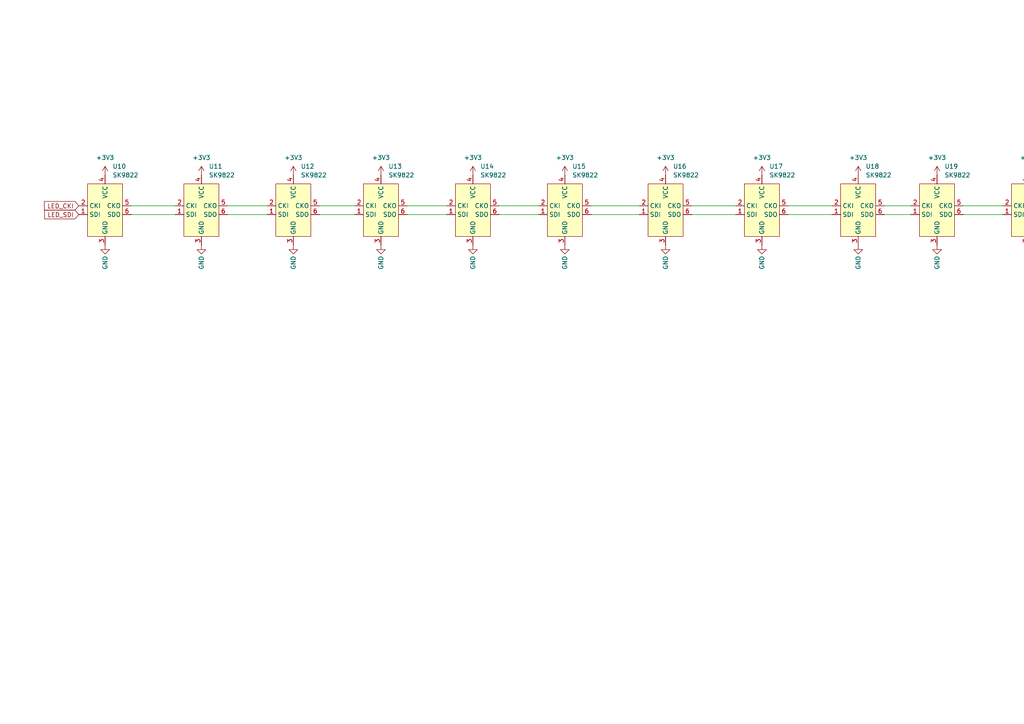
<source format=kicad_sch>
(kicad_sch (version 20250114) (generator "eeschema") (generator_version "9.0")
  (paper "A4")
  (lib_symbols
    (symbol "TholinsStuff:SK9822"
      (property "Reference" "U" (at 0 0 0))
      (property "Value" "SK9822" (at 0 0 0))
      (symbol "SK9822_0_0"
        (pin input line (at -7.62 -10.16 0) (length 2.54) (name "CKI") (number "2"))
        (pin input line (at -7.62 -12.7 0) (length 2.54) (name "SDI") (number "1"))
        (pin power_in line (at 0 -1.27 270) (length 2.54) (name "VCC") (number "4"))
        (pin power_in line (at 0 -21.59 90) (length 2.54) (name "GND") (number "3"))
        (pin output line (at 7.62 -10.16 180) (length 2.54) (name "CKO") (number "5"))
        (pin output line (at 7.62 -12.7 180) (length 2.54) (name "SDO") (number "6"))
      )
      (symbol "SK9822_1_1"
        (rectangle (start -5.08 -3.81) (end 5.08 -19.05) (fill (type background)))
      )
    )
    (symbol "power:+3V3" (power) (pin_names (offset 0))
      (property "Value" "+3V3" (at 0 3.556 0))
      (symbol "+3V3_0_1"
        (polyline (pts (xy -0.762 1.27) (xy 0 2.54)))
        (polyline (pts (xy 0 2.54) (xy 0.762 1.27)))
        (polyline (pts (xy 0 0) (xy 0 2.54)))
      )
      (symbol "+3V3_1_1"
        (pin power_in line (at 0 0 90) (length 0) (hide yes) (name "+3V3") (number "1"))
      )
    )
    (symbol "power:GND" (power) (pin_names (offset 0))
      (property "Value" "GND" (at 0 -3.81 0))
      (symbol "GND_0_1"
        (polyline (pts (xy 0 0) (xy 0 -1.27) (xy 1.27 -1.27) (xy 0 -2.54) (xy -1.27 -1.27) (xy 0 -1.27)))
      )
      (symbol "GND_1_1"
        (pin power_in line (at 0 0 270) (length 0) (hide yes) (name "GND") (number "1"))
      )
    )
  )
  (no_connect (at 306.07 59.69))
  (no_connect (at 306.07 62.23))
  (wire (pts (xy 144.78 59.69) (xy 156.21 59.69)))
  (wire (pts (xy 228.6 59.69) (xy 241.3 59.69)))
  (wire (pts (xy 279.4 62.23) (xy 290.83 62.23)))
  (wire (pts (xy 66.04 62.23) (xy 77.47 62.23)))
  (wire (pts (xy 256.54 62.23) (xy 264.16 62.23)))
  (wire (pts (xy 144.78 62.23) (xy 156.21 62.23)))
  (wire (pts (xy 66.04 59.69) (xy 77.47 59.69)))
  (wire (pts (xy 38.1 62.23) (xy 50.8 62.23)))
  (wire (pts (xy 200.66 62.23) (xy 213.36 62.23)))
  (wire (pts (xy 118.11 62.23) (xy 129.54 62.23)))
  (wire (pts (xy 228.6 62.23) (xy 241.3 62.23)))
  (wire (pts (xy 92.71 62.23) (xy 102.87 62.23)))
  (wire (pts (xy 171.45 62.23) (xy 185.42 62.23)))
  (wire (pts (xy 38.1 59.69) (xy 50.8 59.69)))
  (wire (pts (xy 118.11 59.69) (xy 129.54 59.69)))
  (wire (pts (xy 256.54 59.69) (xy 264.16 59.69)))
  (wire (pts (xy 279.4 59.69) (xy 290.83 59.69)))
  (wire (pts (xy 200.66 59.69) (xy 213.36 59.69)))
  (wire (pts (xy 92.71 59.69) (xy 102.87 59.69)))
  (wire (pts (xy 171.45 59.69) (xy 185.42 59.69)))
  (global_label "LED_SDI" (shape input) (at 22.86 62.23 180) (property "Intersheetrefs" "${INTERSHEET_REFS}" (effects (hide yes))))
  (global_label "LED_CKI" (shape input) (at 22.86 59.69 180) (property "Intersheetrefs" "${INTERSHEET_REFS}" (effects (hide yes))))
  (symbol (lib_id "power:+3V3") (at 298.45 50.8 0) (unit 1)
    (property "Reference" "#PWR0118" (effects (hide yes)))
    (property "Value" "+3V3" (at 298.45 45.72 0))
    (property "Description" "Power symbol creates a global label with name \"+3V3\"" (effects (hide yes)))
  )
  (symbol (lib_id "power:+3V3") (at 110.49 50.8 0) (unit 1)
    (property "Reference" "#PWR0104" (effects (hide yes)))
    (property "Value" "+3V3" (at 110.49 45.72 0))
    (property "Description" "Power symbol creates a global label with name \"+3V3\"" (effects (hide yes)))
  )
  (symbol (lib_id "TholinsStuff:SK9822") (at 248.92 49.53 0) (unit 1)
    (property "Reference" "U18" (at 251.0633 48.26 0) (effects (justify left)))
    (property "Value" "SK9822" (at 251.0633 50.8 0) (effects (justify left)))
    (property "Footprint" "TholinsStuff:SK9822-EC20" (effects (hide yes)))
    (property "Datasheet" "https://www.pololu.com/file/0J1234/sk9822_datasheet.pdf" (effects (hide yes)))
  )
  (symbol (lib_id "TholinsStuff:SK9822") (at 298.45 49.53 0) (unit 1)
    (property "Reference" "U20" (at 300.5933 48.26 0) (effects (justify left)))
    (property "Value" "SK9822" (at 300.5933 50.8 0) (effects (justify left)))
    (property "Footprint" "TholinsStuff:SK9822-EC20" (effects (hide yes)))
    (property "Datasheet" "https://www.pololu.com/file/0J1234/sk9822_datasheet.pdf" (effects (hide yes)))
  )
  (symbol (lib_id "power:+3V3") (at 137.16 50.8 0) (unit 1)
    (property "Reference" "#PWR0106" (effects (hide yes)))
    (property "Value" "+3V3" (at 137.16 45.72 0))
    (property "Description" "Power symbol creates a global label with name \"+3V3\"" (effects (hide yes)))
  )
  (symbol (lib_id "power:GND") (at 85.09 71.12 0) (unit 1)
    (property "Reference" "#PWR0103" (effects (hide yes)))
    (property "Value" "GND" (at 85.09 76.2 90))
    (property "Sim.Device" "V" (effects (hide yes)))
    (property "Sim.Type" "DC" (effects (hide yes)))
    (property "Sim.Pins" "1=+" (effects (hide yes)))
    (property "Sim.Params" "dc=0" (effects (hide yes)))
  )
  (symbol (lib_id "power:GND") (at 30.48 71.12 0) (unit 1)
    (property "Reference" "#PWR099" (effects (hide yes)))
    (property "Value" "GND" (at 30.48 76.2 90))
    (property "Sim.Device" "V" (effects (hide yes)))
    (property "Sim.Type" "DC" (effects (hide yes)))
    (property "Sim.Pins" "1=+" (effects (hide yes)))
    (property "Sim.Params" "dc=0" (effects (hide yes)))
  )
  (symbol (lib_id "power:+3V3") (at 58.42 50.8 0) (unit 1)
    (property "Reference" "#PWR0100" (effects (hide yes)))
    (property "Value" "+3V3" (at 58.42 45.72 0))
    (property "Description" "Power symbol creates a global label with name \"+3V3\"" (effects (hide yes)))
  )
  (symbol (lib_id "power:+3V3") (at 163.83 50.8 0) (unit 1)
    (property "Reference" "#PWR0108" (effects (hide yes)))
    (property "Value" "+3V3" (at 163.83 45.72 0))
    (property "Description" "Power symbol creates a global label with name \"+3V3\"" (effects (hide yes)))
  )
  (symbol (lib_id "power:+3V3") (at 220.98 50.8 0) (unit 1)
    (property "Reference" "#PWR0112" (effects (hide yes)))
    (property "Value" "+3V3" (at 220.98 45.72 0))
    (property "Description" "Power symbol creates a global label with name \"+3V3\"" (effects (hide yes)))
  )
  (symbol (lib_id "power:+3V3") (at 85.09 50.8 0) (unit 1)
    (property "Reference" "#PWR0102" (effects (hide yes)))
    (property "Value" "+3V3" (at 85.09 45.72 0))
    (property "Description" "Power symbol creates a global label with name \"+3V3\"" (effects (hide yes)))
  )
  (symbol (lib_id "power:+3V3") (at 271.78 50.8 0) (unit 1)
    (property "Reference" "#PWR0116" (effects (hide yes)))
    (property "Value" "+3V3" (at 271.78 45.72 0))
    (property "Description" "Power symbol creates a global label with name \"+3V3\"" (effects (hide yes)))
  )
  (symbol (lib_id "TholinsStuff:SK9822") (at 85.09 49.53 0) (unit 1)
    (property "Reference" "U12" (at 87.2333 48.26 0) (effects (justify left)))
    (property "Value" "SK9822" (at 87.2333 50.8 0) (effects (justify left)))
    (property "Footprint" "TholinsStuff:SK9822-EC20" (effects (hide yes)))
    (property "Datasheet" "https://www.pololu.com/file/0J1234/sk9822_datasheet.pdf" (effects (hide yes)))
  )
  (symbol (lib_id "TholinsStuff:SK9822") (at 58.42 49.53 0) (unit 1)
    (property "Reference" "U11" (at 60.5633 48.26 0) (effects (justify left)))
    (property "Value" "SK9822" (at 60.5633 50.8 0) (effects (justify left)))
    (property "Footprint" "TholinsStuff:SK9822-EC20" (effects (hide yes)))
    (property "Datasheet" "https://www.pololu.com/file/0J1234/sk9822_datasheet.pdf" (effects (hide yes)))
  )
  (symbol (lib_id "TholinsStuff:SK9822") (at 271.78 49.53 0) (unit 1)
    (property "Reference" "U19" (at 273.9233 48.26 0) (effects (justify left)))
    (property "Value" "SK9822" (at 273.9233 50.8 0) (effects (justify left)))
    (property "Footprint" "TholinsStuff:SK9822-EC20" (effects (hide yes)))
    (property "Datasheet" "https://www.pololu.com/file/0J1234/sk9822_datasheet.pdf" (effects (hide yes)))
  )
  (symbol (lib_id "TholinsStuff:SK9822") (at 163.83 49.53 0) (unit 1)
    (property "Reference" "U15" (at 165.9733 48.26 0) (effects (justify left)))
    (property "Value" "SK9822" (at 165.9733 50.8 0) (effects (justify left)))
    (property "Footprint" "TholinsStuff:SK9822-EC20" (effects (hide yes)))
    (property "Datasheet" "https://www.pololu.com/file/0J1234/sk9822_datasheet.pdf" (effects (hide yes)))
  )
  (symbol (lib_id "power:GND") (at 271.78 71.12 0) (unit 1)
    (property "Reference" "#PWR0117" (effects (hide yes)))
    (property "Value" "GND" (at 271.78 76.2 90))
    (property "Sim.Device" "V" (effects (hide yes)))
    (property "Sim.Type" "DC" (effects (hide yes)))
    (property "Sim.Pins" "1=+" (effects (hide yes)))
    (property "Sim.Params" "dc=0" (effects (hide yes)))
  )
  (symbol (lib_id "power:GND") (at 58.42 71.12 0) (unit 1)
    (property "Reference" "#PWR0101" (effects (hide yes)))
    (property "Value" "GND" (at 58.42 76.2 90))
    (property "Sim.Device" "V" (effects (hide yes)))
    (property "Sim.Type" "DC" (effects (hide yes)))
    (property "Sim.Pins" "1=+" (effects (hide yes)))
    (property "Sim.Params" "dc=0" (effects (hide yes)))
  )
  (symbol (lib_id "power:GND") (at 220.98 71.12 0) (unit 1)
    (property "Reference" "#PWR0113" (effects (hide yes)))
    (property "Value" "GND" (at 220.98 76.2 90))
    (property "Sim.Device" "V" (effects (hide yes)))
    (property "Sim.Type" "DC" (effects (hide yes)))
    (property "Sim.Pins" "1=+" (effects (hide yes)))
    (property "Sim.Params" "dc=0" (effects (hide yes)))
  )
  (symbol (lib_id "power:GND") (at 248.92 71.12 0) (unit 1)
    (property "Reference" "#PWR0115" (effects (hide yes)))
    (property "Value" "GND" (at 248.92 76.2 90))
    (property "Sim.Device" "V" (effects (hide yes)))
    (property "Sim.Type" "DC" (effects (hide yes)))
    (property "Sim.Pins" "1=+" (effects (hide yes)))
    (property "Sim.Params" "dc=0" (effects (hide yes)))
  )
  (symbol (lib_id "TholinsStuff:SK9822") (at 220.98 49.53 0) (unit 1)
    (property "Reference" "U17" (at 223.1233 48.26 0) (effects (justify left)))
    (property "Value" "SK9822" (at 223.1233 50.8 0) (effects (justify left)))
    (property "Footprint" "TholinsStuff:SK9822-EC20" (effects (hide yes)))
    (property "Datasheet" "https://www.pololu.com/file/0J1234/sk9822_datasheet.pdf" (effects (hide yes)))
  )
  (symbol (lib_id "power:GND") (at 193.04 71.12 0) (unit 1)
    (property "Reference" "#PWR0111" (effects (hide yes)))
    (property "Value" "GND" (at 193.04 76.2 90))
    (property "Sim.Device" "V" (effects (hide yes)))
    (property "Sim.Type" "DC" (effects (hide yes)))
    (property "Sim.Pins" "1=+" (effects (hide yes)))
    (property "Sim.Params" "dc=0" (effects (hide yes)))
  )
  (symbol (lib_id "power:GND") (at 163.83 71.12 0) (unit 1)
    (property "Reference" "#PWR0109" (effects (hide yes)))
    (property "Value" "GND" (at 163.83 76.2 90))
    (property "Sim.Device" "V" (effects (hide yes)))
    (property "Sim.Type" "DC" (effects (hide yes)))
    (property "Sim.Pins" "1=+" (effects (hide yes)))
    (property "Sim.Params" "dc=0" (effects (hide yes)))
  )
  (symbol (lib_id "power:GND") (at 137.16 71.12 0) (unit 1)
    (property "Reference" "#PWR0107" (effects (hide yes)))
    (property "Value" "GND" (at 137.16 76.2 90))
    (property "Sim.Device" "V" (effects (hide yes)))
    (property "Sim.Type" "DC" (effects (hide yes)))
    (property "Sim.Pins" "1=+" (effects (hide yes)))
    (property "Sim.Params" "dc=0" (effects (hide yes)))
  )
  (symbol (lib_id "TholinsStuff:SK9822") (at 110.49 49.53 0) (unit 1)
    (property "Reference" "U13" (at 112.6333 48.26 0) (effects (justify left)))
    (property "Value" "SK9822" (at 112.6333 50.8 0) (effects (justify left)))
    (property "Footprint" "TholinsStuff:SK9822-EC20" (effects (hide yes)))
    (property "Datasheet" "https://www.pololu.com/file/0J1234/sk9822_datasheet.pdf" (effects (hide yes)))
  )
  (symbol (lib_id "TholinsStuff:SK9822") (at 137.16 49.53 0) (unit 1)
    (property "Reference" "U14" (at 139.3033 48.26 0) (effects (justify left)))
    (property "Value" "SK9822" (at 139.3033 50.8 0) (effects (justify left)))
    (property "Footprint" "TholinsStuff:SK9822-EC20" (effects (hide yes)))
    (property "Datasheet" "https://www.pololu.com/file/0J1234/sk9822_datasheet.pdf" (effects (hide yes)))
  )
  (symbol (lib_id "power:GND") (at 110.49 71.12 0) (unit 1)
    (property "Reference" "#PWR0105" (effects (hide yes)))
    (property "Value" "GND" (at 110.49 76.2 90))
    (property "Sim.Device" "V" (effects (hide yes)))
    (property "Sim.Type" "DC" (effects (hide yes)))
    (property "Sim.Pins" "1=+" (effects (hide yes)))
    (property "Sim.Params" "dc=0" (effects (hide yes)))
  )
  (symbol (lib_id "power:+3V3") (at 30.48 50.8 0) (unit 1)
    (property "Reference" "#PWR098" (effects (hide yes)))
    (property "Value" "+3V3" (at 30.48 45.72 0))
    (property "Description" "Power symbol creates a global label with name \"+3V3\"" (effects (hide yes)))
  )
  (symbol (lib_id "TholinsStuff:SK9822") (at 30.48 49.53 0) (unit 1)
    (property "Reference" "U10" (at 32.6233 48.26 0) (effects (justify left)))
    (property "Value" "SK9822" (at 32.6233 50.8 0) (effects (justify left)))
    (property "Footprint" "TholinsStuff:SK9822-EC20" (effects (hide yes)))
    (property "Datasheet" "https://www.pololu.com/file/0J1234/sk9822_datasheet.pdf" (effects (hide yes)))
  )
  (symbol (lib_id "power:+3V3") (at 193.04 50.8 0) (unit 1)
    (property "Reference" "#PWR0110" (effects (hide yes)))
    (property "Value" "+3V3" (at 193.04 45.72 0))
    (property "Description" "Power symbol creates a global label with name \"+3V3\"" (effects (hide yes)))
  )
  (symbol (lib_id "TholinsStuff:SK9822") (at 193.04 49.53 0) (unit 1)
    (property "Reference" "U16" (at 195.1833 48.26 0) (effects (justify left)))
    (property "Value" "SK9822" (at 195.1833 50.8 0) (effects (justify left)))
    (property "Footprint" "TholinsStuff:SK9822-EC20" (effects (hide yes)))
    (property "Datasheet" "https://www.pololu.com/file/0J1234/sk9822_datasheet.pdf" (effects (hide yes)))
  )
  (symbol (lib_id "power:+3V3") (at 248.92 50.8 0) (unit 1)
    (property "Reference" "#PWR0114" (effects (hide yes)))
    (property "Value" "+3V3" (at 248.92 45.72 0))
    (property "Description" "Power symbol creates a global label with name \"+3V3\"" (effects (hide yes)))
  )
  (symbol (lib_id "power:GND") (at 298.45 71.12 0) (unit 1)
    (property "Reference" "#PWR0119" (effects (hide yes)))
    (property "Value" "GND" (at 298.45 76.2 90))
    (property "Sim.Device" "V" (effects (hide yes)))
    (property "Sim.Type" "DC" (effects (hide yes)))
    (property "Sim.Pins" "1=+" (effects (hide yes)))
    (property "Sim.Params" "dc=0" (effects (hide yes)))
  )
)
</source>
